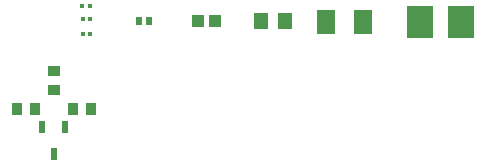
<source format=gtp>
G04*
G04 #@! TF.GenerationSoftware,Altium Limited,Altium Designer,19.0.4 (130)*
G04*
G04 Layer_Color=8421504*
%FSLAX25Y25*%
%MOIN*%
G70*
G01*
G75*
%ADD18R,0.01417X0.01575*%
%ADD19R,0.02362X0.03937*%
%ADD20R,0.03661X0.03858*%
%ADD21R,0.03858X0.03661*%
%ADD22R,0.06300X0.07874*%
%ADD23R,0.09056X0.10630*%
%ADD24R,0.01378X0.01600*%
%ADD25R,0.01380X0.01600*%
%ADD26R,0.02362X0.02558*%
%ADD27R,0.03937X0.04331*%
%ADD28R,0.04567X0.05709*%
D18*
X60622Y116500D02*
D03*
X58378D02*
D03*
X60622Y121500D02*
D03*
X58378D02*
D03*
D19*
X48500Y76500D02*
D03*
X44760Y85555D02*
D03*
X52240D02*
D03*
D20*
X42362Y91531D02*
D03*
X36299D02*
D03*
X54969Y91531D02*
D03*
X61032D02*
D03*
D21*
X48500Y98000D02*
D03*
Y104063D02*
D03*
D22*
X151715Y120610D02*
D03*
X139117D02*
D03*
D23*
X184260D02*
D03*
X170660D02*
D03*
D24*
X60599Y126000D02*
D03*
D25*
X57999D02*
D03*
D26*
X76852Y120949D02*
D03*
X80192D02*
D03*
D27*
X102144Y120950D02*
D03*
X96633Y120949D02*
D03*
D28*
X125766Y120950D02*
D03*
X117766D02*
D03*
M02*

</source>
